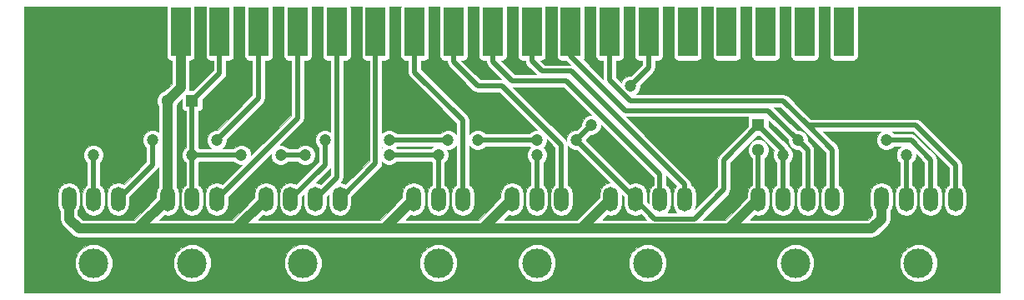
<source format=gbr>
G04 #@! TF.FileFunction,Copper,L2,Bot,Signal*
%FSLAX46Y46*%
G04 Gerber Fmt 4.6, Leading zero omitted, Abs format (unit mm)*
G04 Created by KiCad (PCBNEW 4.0.3-stable) date 09/13/16 09:56:40*
%MOMM*%
%LPD*%
G01*
G04 APERTURE LIST*
%ADD10C,0.100000*%
%ADD11R,1.300000X1.300000*%
%ADD12C,1.300000*%
%ADD13O,1.500000X2.500000*%
%ADD14C,3.000000*%
%ADD15R,2.000000X5.000000*%
%ADD16C,1.200000*%
%ADD17C,0.500000*%
%ADD18C,1.000000*%
%ADD19C,0.026000*%
G04 APERTURE END LIST*
D10*
D11*
X75000000Y-12500000D03*
D12*
X75000000Y-15000000D03*
D11*
X17500000Y-10000000D03*
D12*
X15000000Y-10000000D03*
D13*
X25000000Y-20000000D03*
X27500000Y-20000000D03*
X30000000Y-20000000D03*
X32500000Y-20000000D03*
D14*
X28750000Y-26500000D03*
D13*
X60000000Y-20000000D03*
X62500000Y-20000000D03*
X65000000Y-20000000D03*
X67500000Y-20000000D03*
D14*
X63750000Y-26500000D03*
D13*
X5000000Y-20000000D03*
X7500000Y-20000000D03*
X10000000Y-20000000D03*
D14*
X7500000Y-26500000D03*
D13*
X15000000Y-20000000D03*
X17500000Y-20000000D03*
X20000000Y-20000000D03*
D14*
X17500000Y-26500000D03*
D13*
X40000000Y-20000000D03*
X42500000Y-20000000D03*
X45000000Y-20000000D03*
D14*
X42500000Y-26500000D03*
D13*
X50000000Y-20000000D03*
X52500000Y-20000000D03*
X55000000Y-20000000D03*
D14*
X52500000Y-26500000D03*
D13*
X75000000Y-20000000D03*
X77500000Y-20000000D03*
X80000000Y-20000000D03*
X82500000Y-20000000D03*
D14*
X78750000Y-26500000D03*
D13*
X87500000Y-20000000D03*
X90000000Y-20000000D03*
X92500000Y-20000000D03*
X95000000Y-20000000D03*
D14*
X91250000Y-26500000D03*
D15*
X16340000Y-3000000D03*
X20300000Y-3000000D03*
X24260000Y-3000000D03*
X28220000Y-3000000D03*
X32180000Y-3000000D03*
X36140000Y-3000000D03*
X40100000Y-3000000D03*
X44060000Y-3000000D03*
X48020000Y-3000000D03*
X51980000Y-3000000D03*
X55940000Y-3000000D03*
X59900000Y-3000000D03*
X63860000Y-3000000D03*
X67820000Y-3000000D03*
X71780000Y-3000000D03*
X75740000Y-3000000D03*
X79700000Y-3000000D03*
X83660000Y-3000000D03*
D16*
X62000000Y-8500000D03*
X58000000Y-12500000D03*
X56500000Y-14000000D03*
X52500000Y-14000000D03*
X46500000Y-14000000D03*
X43500000Y-14000000D03*
X37500000Y-14000000D03*
X31000000Y-14000000D03*
X90000000Y-15500000D03*
X77500000Y-15500000D03*
X37500000Y-15500000D03*
X29000000Y-15500000D03*
X26500000Y-15500000D03*
X22500000Y-15500000D03*
X42500000Y-15500000D03*
X52500000Y-15500000D03*
X17500000Y-15500000D03*
X7500000Y-15500000D03*
X20000000Y-14000000D03*
X13500000Y-14000000D03*
X79000000Y-14000000D03*
X88000000Y-14000000D03*
D17*
X56500000Y-14000000D02*
X58000000Y-12500000D01*
X63860000Y-6640000D02*
X63860000Y-3000000D01*
X62000000Y-8500000D02*
X63860000Y-6640000D01*
X63860000Y-5140000D02*
X63860000Y-3000000D01*
X27500000Y-20000000D02*
X31000000Y-16500000D01*
X56500000Y-14000000D02*
X62500000Y-20000000D01*
X46500000Y-14000000D02*
X52500000Y-14000000D01*
X37500000Y-14000000D02*
X43500000Y-14000000D01*
X31000000Y-16500000D02*
X31000000Y-14000000D01*
X62500000Y-20000000D02*
X64500000Y-22000000D01*
X71500000Y-16000000D02*
X75000000Y-12500000D01*
X71500000Y-19000000D02*
X71500000Y-16000000D01*
X68500000Y-22000000D02*
X71500000Y-19000000D01*
X64500000Y-22000000D02*
X68500000Y-22000000D01*
X75000000Y-12500000D02*
X77500000Y-15000000D01*
X77500000Y-15000000D02*
X77500000Y-15500000D01*
X77500000Y-20000000D02*
X77500000Y-15500000D01*
X90000000Y-15500000D02*
X90000000Y-20000000D01*
D18*
X16340000Y-3000000D02*
X16340000Y-8660000D01*
X16340000Y-8660000D02*
X15000000Y-10000000D01*
D17*
X75000000Y-15000000D02*
X75000000Y-20000000D01*
D18*
X15000000Y-10000000D02*
X15000000Y-20000000D01*
X15000000Y-20000000D02*
X12000000Y-23000000D01*
X25000000Y-20000000D02*
X22000000Y-23000000D01*
X40000000Y-20000000D02*
X37000000Y-23000000D01*
X37000000Y-23000000D02*
X37500000Y-23000000D01*
X50000000Y-20000000D02*
X47000000Y-23000000D01*
X60000000Y-20000000D02*
X57000000Y-23000000D01*
X75000000Y-20000000D02*
X72000000Y-23000000D01*
X5000000Y-20000000D02*
X5000000Y-22000000D01*
X87500000Y-22000000D02*
X87500000Y-20000000D01*
X86500000Y-23000000D02*
X87500000Y-22000000D01*
X6000000Y-23000000D02*
X12000000Y-23000000D01*
X12000000Y-23000000D02*
X22000000Y-23000000D01*
X22000000Y-23000000D02*
X37500000Y-23000000D01*
X37500000Y-23000000D02*
X47000000Y-23000000D01*
X47000000Y-23000000D02*
X57000000Y-23000000D01*
X57000000Y-23000000D02*
X72000000Y-23000000D01*
X72000000Y-23000000D02*
X86500000Y-23000000D01*
X5000000Y-22000000D02*
X6000000Y-23000000D01*
D17*
X17500000Y-15500000D02*
X22500000Y-15500000D01*
X37500000Y-15500000D02*
X42500000Y-15500000D01*
X26500000Y-15500000D02*
X29000000Y-15500000D01*
X17500000Y-15500000D02*
X17500000Y-10000000D01*
X20300000Y-7200000D02*
X20300000Y-3000000D01*
X17500000Y-10000000D02*
X20300000Y-7200000D01*
X42500000Y-20000000D02*
X42500000Y-15500000D01*
X52500000Y-15500000D02*
X52500000Y-20000000D01*
X7500000Y-20000000D02*
X7500000Y-15500000D01*
X17500000Y-15500000D02*
X17500000Y-20000000D01*
X24260000Y-3000000D02*
X24260000Y-9740000D01*
X24260000Y-9740000D02*
X20000000Y-14000000D01*
X10000000Y-20000000D02*
X13500000Y-16500000D01*
X13500000Y-16500000D02*
X13500000Y-14000000D01*
X20000000Y-20000000D02*
X28220000Y-11780000D01*
X28220000Y-11780000D02*
X28220000Y-3000000D01*
X32500000Y-20000000D02*
X36140000Y-16360000D01*
X36140000Y-16360000D02*
X36140000Y-3000000D01*
X30000000Y-20000000D02*
X32180000Y-17820000D01*
X32180000Y-17820000D02*
X32180000Y-3000000D01*
X45000000Y-20000000D02*
X45000000Y-12000000D01*
X40100000Y-7100000D02*
X40100000Y-3000000D01*
X45000000Y-12000000D02*
X40100000Y-7100000D01*
X55000000Y-20000000D02*
X55000000Y-14500000D01*
X44060000Y-6060000D02*
X44060000Y-3000000D01*
X46500000Y-8500000D02*
X44060000Y-6060000D01*
X49000000Y-8500000D02*
X46500000Y-8500000D01*
X55000000Y-14500000D02*
X49000000Y-8500000D01*
X67500000Y-20000000D02*
X67500000Y-18500000D01*
X51980000Y-5980000D02*
X51980000Y-3000000D01*
X53000000Y-7000000D02*
X51980000Y-5980000D01*
X56000000Y-7000000D02*
X53000000Y-7000000D01*
X67500000Y-18500000D02*
X56000000Y-7000000D01*
X65000000Y-20000000D02*
X65000000Y-17500000D01*
X48020000Y-6020000D02*
X48020000Y-3000000D01*
X50000000Y-8000000D02*
X48020000Y-6020000D01*
X55500000Y-8000000D02*
X50000000Y-8000000D01*
X65000000Y-17500000D02*
X55500000Y-8000000D01*
X92500000Y-20000000D02*
X92500000Y-16000000D01*
X90500000Y-14000000D02*
X92500000Y-16000000D01*
X88000000Y-14000000D02*
X90500000Y-14000000D01*
X55940000Y-3000000D02*
X55940000Y-5440000D01*
X55940000Y-5440000D02*
X61500000Y-11000000D01*
X61500000Y-11000000D02*
X76000000Y-11000000D01*
X76000000Y-11000000D02*
X79000000Y-14000000D01*
X79000000Y-14000000D02*
X80000000Y-15000000D01*
X80000000Y-15000000D02*
X80000000Y-20000000D01*
X95000000Y-20000000D02*
X95000000Y-16500000D01*
X91000000Y-12500000D02*
X80000000Y-12500000D01*
X95000000Y-16500000D02*
X91000000Y-12500000D01*
X82500000Y-20000000D02*
X82500000Y-15000000D01*
X59900000Y-7900000D02*
X59900000Y-3000000D01*
X62000000Y-10000000D02*
X59900000Y-7900000D01*
X77500000Y-10000000D02*
X62000000Y-10000000D01*
X82500000Y-15000000D02*
X80000000Y-12500000D01*
X80000000Y-12500000D02*
X77500000Y-10000000D01*
D19*
G36*
X14918909Y-500000D02*
X14918909Y-5500000D01*
X14947707Y-5653049D01*
X15038159Y-5793614D01*
X15176172Y-5887915D01*
X15340000Y-5921091D01*
X15427000Y-5921091D01*
X15427000Y-8281823D01*
X14759702Y-8949122D01*
X14398646Y-9098307D01*
X14099358Y-9397073D01*
X13937185Y-9787629D01*
X13936816Y-10210516D01*
X14087000Y-10573989D01*
X14087000Y-13154175D01*
X14074568Y-13141721D01*
X13702382Y-12987176D01*
X13299386Y-12986824D01*
X12926931Y-13140720D01*
X12641721Y-13425432D01*
X12487176Y-13797618D01*
X12486824Y-14200614D01*
X12640720Y-14573069D01*
X12837000Y-14769692D01*
X12837000Y-16225377D01*
X10579559Y-18482817D01*
X10445061Y-18392948D01*
X10000000Y-18304420D01*
X9554939Y-18392948D01*
X9177635Y-18645055D01*
X8925528Y-19022359D01*
X8837000Y-19467420D01*
X8837000Y-20532580D01*
X8925528Y-20977641D01*
X9177635Y-21354945D01*
X9554939Y-21607052D01*
X10000000Y-21695580D01*
X10445061Y-21607052D01*
X10822365Y-21354945D01*
X11074472Y-20977641D01*
X11163000Y-20532580D01*
X11163000Y-19774624D01*
X13968809Y-16968814D01*
X13968812Y-16968812D01*
X14087000Y-16791930D01*
X14087000Y-18780700D01*
X13925528Y-19022359D01*
X13837000Y-19467420D01*
X13837000Y-19871823D01*
X11621824Y-22087000D01*
X6378177Y-22087000D01*
X5913000Y-21621824D01*
X5913000Y-21219300D01*
X6074472Y-20977641D01*
X6163000Y-20532580D01*
X6163000Y-19467420D01*
X6337000Y-19467420D01*
X6337000Y-20532580D01*
X6425528Y-20977641D01*
X6677635Y-21354945D01*
X7054939Y-21607052D01*
X7500000Y-21695580D01*
X7945061Y-21607052D01*
X8322365Y-21354945D01*
X8574472Y-20977641D01*
X8663000Y-20532580D01*
X8663000Y-19467420D01*
X8574472Y-19022359D01*
X8322365Y-18645055D01*
X8163000Y-18538570D01*
X8163000Y-16269506D01*
X8358279Y-16074568D01*
X8512824Y-15702382D01*
X8513176Y-15299386D01*
X8359280Y-14926931D01*
X8074568Y-14641721D01*
X7702382Y-14487176D01*
X7299386Y-14486824D01*
X6926931Y-14640720D01*
X6641721Y-14925432D01*
X6487176Y-15297618D01*
X6486824Y-15700614D01*
X6640720Y-16073069D01*
X6837000Y-16269692D01*
X6837000Y-18538570D01*
X6677635Y-18645055D01*
X6425528Y-19022359D01*
X6337000Y-19467420D01*
X6163000Y-19467420D01*
X6074472Y-19022359D01*
X5822365Y-18645055D01*
X5445061Y-18392948D01*
X5000000Y-18304420D01*
X4554939Y-18392948D01*
X4177635Y-18645055D01*
X3925528Y-19022359D01*
X3837000Y-19467420D01*
X3837000Y-20532580D01*
X3925528Y-20977641D01*
X4087000Y-21219300D01*
X4087000Y-22000000D01*
X4137468Y-22253719D01*
X4156498Y-22349390D01*
X4354412Y-22645588D01*
X5354412Y-23645589D01*
X5650610Y-23843502D01*
X6000000Y-23913000D01*
X86500000Y-23913000D01*
X86849390Y-23843502D01*
X87145588Y-23645588D01*
X88145589Y-22645588D01*
X88343502Y-22349390D01*
X88413000Y-22000000D01*
X88413000Y-21219300D01*
X88574472Y-20977641D01*
X88663000Y-20532580D01*
X88663000Y-19467420D01*
X88574472Y-19022359D01*
X88322365Y-18645055D01*
X87945061Y-18392948D01*
X87500000Y-18304420D01*
X87054939Y-18392948D01*
X86677635Y-18645055D01*
X86425528Y-19022359D01*
X86337000Y-19467420D01*
X86337000Y-20532580D01*
X86425528Y-20977641D01*
X86587000Y-21219300D01*
X86587000Y-21621823D01*
X86121824Y-22087000D01*
X74204177Y-22087000D01*
X74662691Y-21628485D01*
X75000000Y-21695580D01*
X75445061Y-21607052D01*
X75822365Y-21354945D01*
X76074472Y-20977641D01*
X76163000Y-20532580D01*
X76163000Y-19467420D01*
X76074472Y-19022359D01*
X75822365Y-18645055D01*
X75663000Y-18538570D01*
X75663000Y-15840155D01*
X75900642Y-15602927D01*
X76062815Y-15212371D01*
X76063184Y-14789484D01*
X75901693Y-14398646D01*
X75602927Y-14099358D01*
X75212371Y-13937185D01*
X74789484Y-13936816D01*
X74398646Y-14098307D01*
X74099358Y-14397073D01*
X73937185Y-14787629D01*
X73936816Y-15210516D01*
X74098307Y-15601354D01*
X74337000Y-15840464D01*
X74337000Y-18538570D01*
X74177635Y-18645055D01*
X73925528Y-19022359D01*
X73837000Y-19467420D01*
X73837000Y-19871823D01*
X71621824Y-22087000D01*
X69350624Y-22087000D01*
X71968812Y-19468812D01*
X72112532Y-19253719D01*
X72163001Y-19000000D01*
X72163000Y-18999995D01*
X72163000Y-16274624D01*
X74866532Y-13571091D01*
X75133467Y-13571091D01*
X76596562Y-15034186D01*
X76487176Y-15297618D01*
X76486824Y-15700614D01*
X76640720Y-16073069D01*
X76837000Y-16269692D01*
X76837000Y-18538570D01*
X76677635Y-18645055D01*
X76425528Y-19022359D01*
X76337000Y-19467420D01*
X76337000Y-20532580D01*
X76425528Y-20977641D01*
X76677635Y-21354945D01*
X77054939Y-21607052D01*
X77500000Y-21695580D01*
X77945061Y-21607052D01*
X78322365Y-21354945D01*
X78574472Y-20977641D01*
X78663000Y-20532580D01*
X78663000Y-19467420D01*
X78574472Y-19022359D01*
X78322365Y-18645055D01*
X78163000Y-18538570D01*
X78163000Y-16269506D01*
X78358279Y-16074568D01*
X78512824Y-15702382D01*
X78513176Y-15299386D01*
X78359280Y-14926931D01*
X78074568Y-14641721D01*
X78030418Y-14623388D01*
X77968812Y-14531188D01*
X76071091Y-12633467D01*
X76071091Y-12008715D01*
X77987065Y-13924689D01*
X77986824Y-14200614D01*
X78140720Y-14573069D01*
X78425432Y-14858279D01*
X78797618Y-15012824D01*
X79075443Y-15013067D01*
X79337000Y-15274623D01*
X79337000Y-18538570D01*
X79177635Y-18645055D01*
X78925528Y-19022359D01*
X78837000Y-19467420D01*
X78837000Y-20532580D01*
X78925528Y-20977641D01*
X79177635Y-21354945D01*
X79554939Y-21607052D01*
X80000000Y-21695580D01*
X80445061Y-21607052D01*
X80822365Y-21354945D01*
X81074472Y-20977641D01*
X81163000Y-20532580D01*
X81163000Y-19467420D01*
X81074472Y-19022359D01*
X80822365Y-18645055D01*
X80663000Y-18538570D01*
X80663000Y-15000005D01*
X80663001Y-15000000D01*
X80612532Y-14746281D01*
X80556886Y-14663001D01*
X80468812Y-14531188D01*
X80468809Y-14531186D01*
X80012935Y-14075312D01*
X80013176Y-13799386D01*
X79859280Y-13426931D01*
X79574568Y-13141721D01*
X79202382Y-12987176D01*
X78924557Y-12986933D01*
X76600624Y-10663000D01*
X77225376Y-10663000D01*
X81837000Y-15274624D01*
X81837000Y-18538570D01*
X81677635Y-18645055D01*
X81425528Y-19022359D01*
X81337000Y-19467420D01*
X81337000Y-20532580D01*
X81425528Y-20977641D01*
X81677635Y-21354945D01*
X82054939Y-21607052D01*
X82500000Y-21695580D01*
X82945061Y-21607052D01*
X83322365Y-21354945D01*
X83574472Y-20977641D01*
X83663000Y-20532580D01*
X83663000Y-19467420D01*
X83574472Y-19022359D01*
X83322365Y-18645055D01*
X83163000Y-18538570D01*
X83163000Y-15000000D01*
X83112532Y-14746281D01*
X82968812Y-14531188D01*
X81600624Y-13163000D01*
X87404612Y-13163000D01*
X87141721Y-13425432D01*
X86987176Y-13797618D01*
X86986824Y-14200614D01*
X87140720Y-14573069D01*
X87425432Y-14858279D01*
X87797618Y-15012824D01*
X88200614Y-15013176D01*
X88573069Y-14859280D01*
X88769692Y-14663000D01*
X89404612Y-14663000D01*
X89141721Y-14925432D01*
X88987176Y-15297618D01*
X88986824Y-15700614D01*
X89140720Y-16073069D01*
X89337000Y-16269692D01*
X89337000Y-18538570D01*
X89177635Y-18645055D01*
X88925528Y-19022359D01*
X88837000Y-19467420D01*
X88837000Y-20532580D01*
X88925528Y-20977641D01*
X89177635Y-21354945D01*
X89554939Y-21607052D01*
X90000000Y-21695580D01*
X90445061Y-21607052D01*
X90822365Y-21354945D01*
X91074472Y-20977641D01*
X91163000Y-20532580D01*
X91163000Y-19467420D01*
X91074472Y-19022359D01*
X90822365Y-18645055D01*
X90663000Y-18538570D01*
X90663000Y-16269506D01*
X90858279Y-16074568D01*
X91012824Y-15702382D01*
X91013044Y-15450668D01*
X91837000Y-16274624D01*
X91837000Y-18538570D01*
X91677635Y-18645055D01*
X91425528Y-19022359D01*
X91337000Y-19467420D01*
X91337000Y-20532580D01*
X91425528Y-20977641D01*
X91677635Y-21354945D01*
X92054939Y-21607052D01*
X92500000Y-21695580D01*
X92945061Y-21607052D01*
X93322365Y-21354945D01*
X93574472Y-20977641D01*
X93663000Y-20532580D01*
X93663000Y-19467420D01*
X93574472Y-19022359D01*
X93322365Y-18645055D01*
X93163000Y-18538570D01*
X93163000Y-16000000D01*
X93112532Y-15746281D01*
X92968812Y-15531188D01*
X90968812Y-13531188D01*
X90753719Y-13387468D01*
X90500000Y-13337000D01*
X88769506Y-13337000D01*
X88595810Y-13163000D01*
X90725376Y-13163000D01*
X94337000Y-16774624D01*
X94337000Y-18538570D01*
X94177635Y-18645055D01*
X93925528Y-19022359D01*
X93837000Y-19467420D01*
X93837000Y-20532580D01*
X93925528Y-20977641D01*
X94177635Y-21354945D01*
X94554939Y-21607052D01*
X95000000Y-21695580D01*
X95445061Y-21607052D01*
X95822365Y-21354945D01*
X96074472Y-20977641D01*
X96163000Y-20532580D01*
X96163000Y-19467420D01*
X96074472Y-19022359D01*
X95822365Y-18645055D01*
X95663000Y-18538570D01*
X95663000Y-16500000D01*
X95612532Y-16246281D01*
X95468812Y-16031188D01*
X91468812Y-12031188D01*
X91253719Y-11887468D01*
X91000000Y-11837000D01*
X80274624Y-11837000D01*
X77968812Y-9531188D01*
X77753719Y-9387468D01*
X77500000Y-9337000D01*
X62595388Y-9337000D01*
X62858279Y-9074568D01*
X63012824Y-8702382D01*
X63013067Y-8424557D01*
X64328812Y-7108812D01*
X64472532Y-6893719D01*
X64523000Y-6640000D01*
X64523000Y-5921091D01*
X64860000Y-5921091D01*
X65013049Y-5892293D01*
X65153614Y-5801841D01*
X65247915Y-5663828D01*
X65281091Y-5500000D01*
X65281091Y-500000D01*
X65278833Y-488000D01*
X66401339Y-488000D01*
X66398909Y-500000D01*
X66398909Y-5500000D01*
X66427707Y-5653049D01*
X66518159Y-5793614D01*
X66656172Y-5887915D01*
X66820000Y-5921091D01*
X68820000Y-5921091D01*
X68973049Y-5892293D01*
X69113614Y-5801841D01*
X69207915Y-5663828D01*
X69241091Y-5500000D01*
X69241091Y-500000D01*
X69238833Y-488000D01*
X70361339Y-488000D01*
X70358909Y-500000D01*
X70358909Y-5500000D01*
X70387707Y-5653049D01*
X70478159Y-5793614D01*
X70616172Y-5887915D01*
X70780000Y-5921091D01*
X72780000Y-5921091D01*
X72933049Y-5892293D01*
X73073614Y-5801841D01*
X73167915Y-5663828D01*
X73201091Y-5500000D01*
X73201091Y-500000D01*
X73198833Y-488000D01*
X74321339Y-488000D01*
X74318909Y-500000D01*
X74318909Y-5500000D01*
X74347707Y-5653049D01*
X74438159Y-5793614D01*
X74576172Y-5887915D01*
X74740000Y-5921091D01*
X76740000Y-5921091D01*
X76893049Y-5892293D01*
X77033614Y-5801841D01*
X77127915Y-5663828D01*
X77161091Y-5500000D01*
X77161091Y-500000D01*
X77158833Y-488000D01*
X78281339Y-488000D01*
X78278909Y-500000D01*
X78278909Y-5500000D01*
X78307707Y-5653049D01*
X78398159Y-5793614D01*
X78536172Y-5887915D01*
X78700000Y-5921091D01*
X80700000Y-5921091D01*
X80853049Y-5892293D01*
X80993614Y-5801841D01*
X81087915Y-5663828D01*
X81121091Y-5500000D01*
X81121091Y-500000D01*
X81118833Y-488000D01*
X82241339Y-488000D01*
X82238909Y-500000D01*
X82238909Y-5500000D01*
X82267707Y-5653049D01*
X82358159Y-5793614D01*
X82496172Y-5887915D01*
X82660000Y-5921091D01*
X84660000Y-5921091D01*
X84813049Y-5892293D01*
X84953614Y-5801841D01*
X85047915Y-5663828D01*
X85081091Y-5500000D01*
X85081091Y-500000D01*
X85078833Y-488000D01*
X99512000Y-488000D01*
X99512000Y-29512000D01*
X488000Y-29512000D01*
X488000Y-26878850D01*
X5586669Y-26878850D01*
X5877292Y-27582212D01*
X6414958Y-28120817D01*
X7117811Y-28412667D01*
X7878850Y-28413331D01*
X8582212Y-28122708D01*
X9120817Y-27585042D01*
X9412667Y-26882189D01*
X9412669Y-26878850D01*
X15586669Y-26878850D01*
X15877292Y-27582212D01*
X16414958Y-28120817D01*
X17117811Y-28412667D01*
X17878850Y-28413331D01*
X18582212Y-28122708D01*
X19120817Y-27585042D01*
X19412667Y-26882189D01*
X19412669Y-26878850D01*
X26836669Y-26878850D01*
X27127292Y-27582212D01*
X27664958Y-28120817D01*
X28367811Y-28412667D01*
X29128850Y-28413331D01*
X29832212Y-28122708D01*
X30370817Y-27585042D01*
X30662667Y-26882189D01*
X30662669Y-26878850D01*
X40586669Y-26878850D01*
X40877292Y-27582212D01*
X41414958Y-28120817D01*
X42117811Y-28412667D01*
X42878850Y-28413331D01*
X43582212Y-28122708D01*
X44120817Y-27585042D01*
X44412667Y-26882189D01*
X44412669Y-26878850D01*
X50586669Y-26878850D01*
X50877292Y-27582212D01*
X51414958Y-28120817D01*
X52117811Y-28412667D01*
X52878850Y-28413331D01*
X53582212Y-28122708D01*
X54120817Y-27585042D01*
X54412667Y-26882189D01*
X54412669Y-26878850D01*
X61836669Y-26878850D01*
X62127292Y-27582212D01*
X62664958Y-28120817D01*
X63367811Y-28412667D01*
X64128850Y-28413331D01*
X64832212Y-28122708D01*
X65370817Y-27585042D01*
X65662667Y-26882189D01*
X65662669Y-26878850D01*
X76836669Y-26878850D01*
X77127292Y-27582212D01*
X77664958Y-28120817D01*
X78367811Y-28412667D01*
X79128850Y-28413331D01*
X79832212Y-28122708D01*
X80370817Y-27585042D01*
X80662667Y-26882189D01*
X80662669Y-26878850D01*
X89336669Y-26878850D01*
X89627292Y-27582212D01*
X90164958Y-28120817D01*
X90867811Y-28412667D01*
X91628850Y-28413331D01*
X92332212Y-28122708D01*
X92870817Y-27585042D01*
X93162667Y-26882189D01*
X93163331Y-26121150D01*
X92872708Y-25417788D01*
X92335042Y-24879183D01*
X91632189Y-24587333D01*
X90871150Y-24586669D01*
X90167788Y-24877292D01*
X89629183Y-25414958D01*
X89337333Y-26117811D01*
X89336669Y-26878850D01*
X80662669Y-26878850D01*
X80663331Y-26121150D01*
X80372708Y-25417788D01*
X79835042Y-24879183D01*
X79132189Y-24587333D01*
X78371150Y-24586669D01*
X77667788Y-24877292D01*
X77129183Y-25414958D01*
X76837333Y-26117811D01*
X76836669Y-26878850D01*
X65662669Y-26878850D01*
X65663331Y-26121150D01*
X65372708Y-25417788D01*
X64835042Y-24879183D01*
X64132189Y-24587333D01*
X63371150Y-24586669D01*
X62667788Y-24877292D01*
X62129183Y-25414958D01*
X61837333Y-26117811D01*
X61836669Y-26878850D01*
X54412669Y-26878850D01*
X54413331Y-26121150D01*
X54122708Y-25417788D01*
X53585042Y-24879183D01*
X52882189Y-24587333D01*
X52121150Y-24586669D01*
X51417788Y-24877292D01*
X50879183Y-25414958D01*
X50587333Y-26117811D01*
X50586669Y-26878850D01*
X44412669Y-26878850D01*
X44413331Y-26121150D01*
X44122708Y-25417788D01*
X43585042Y-24879183D01*
X42882189Y-24587333D01*
X42121150Y-24586669D01*
X41417788Y-24877292D01*
X40879183Y-25414958D01*
X40587333Y-26117811D01*
X40586669Y-26878850D01*
X30662669Y-26878850D01*
X30663331Y-26121150D01*
X30372708Y-25417788D01*
X29835042Y-24879183D01*
X29132189Y-24587333D01*
X28371150Y-24586669D01*
X27667788Y-24877292D01*
X27129183Y-25414958D01*
X26837333Y-26117811D01*
X26836669Y-26878850D01*
X19412669Y-26878850D01*
X19413331Y-26121150D01*
X19122708Y-25417788D01*
X18585042Y-24879183D01*
X17882189Y-24587333D01*
X17121150Y-24586669D01*
X16417788Y-24877292D01*
X15879183Y-25414958D01*
X15587333Y-26117811D01*
X15586669Y-26878850D01*
X9412669Y-26878850D01*
X9413331Y-26121150D01*
X9122708Y-25417788D01*
X8585042Y-24879183D01*
X7882189Y-24587333D01*
X7121150Y-24586669D01*
X6417788Y-24877292D01*
X5879183Y-25414958D01*
X5587333Y-26117811D01*
X5586669Y-26878850D01*
X488000Y-26878850D01*
X488000Y-488000D01*
X14921339Y-488000D01*
X14918909Y-500000D01*
X14918909Y-500000D01*
G37*
X14918909Y-500000D02*
X14918909Y-5500000D01*
X14947707Y-5653049D01*
X15038159Y-5793614D01*
X15176172Y-5887915D01*
X15340000Y-5921091D01*
X15427000Y-5921091D01*
X15427000Y-8281823D01*
X14759702Y-8949122D01*
X14398646Y-9098307D01*
X14099358Y-9397073D01*
X13937185Y-9787629D01*
X13936816Y-10210516D01*
X14087000Y-10573989D01*
X14087000Y-13154175D01*
X14074568Y-13141721D01*
X13702382Y-12987176D01*
X13299386Y-12986824D01*
X12926931Y-13140720D01*
X12641721Y-13425432D01*
X12487176Y-13797618D01*
X12486824Y-14200614D01*
X12640720Y-14573069D01*
X12837000Y-14769692D01*
X12837000Y-16225377D01*
X10579559Y-18482817D01*
X10445061Y-18392948D01*
X10000000Y-18304420D01*
X9554939Y-18392948D01*
X9177635Y-18645055D01*
X8925528Y-19022359D01*
X8837000Y-19467420D01*
X8837000Y-20532580D01*
X8925528Y-20977641D01*
X9177635Y-21354945D01*
X9554939Y-21607052D01*
X10000000Y-21695580D01*
X10445061Y-21607052D01*
X10822365Y-21354945D01*
X11074472Y-20977641D01*
X11163000Y-20532580D01*
X11163000Y-19774624D01*
X13968809Y-16968814D01*
X13968812Y-16968812D01*
X14087000Y-16791930D01*
X14087000Y-18780700D01*
X13925528Y-19022359D01*
X13837000Y-19467420D01*
X13837000Y-19871823D01*
X11621824Y-22087000D01*
X6378177Y-22087000D01*
X5913000Y-21621824D01*
X5913000Y-21219300D01*
X6074472Y-20977641D01*
X6163000Y-20532580D01*
X6163000Y-19467420D01*
X6337000Y-19467420D01*
X6337000Y-20532580D01*
X6425528Y-20977641D01*
X6677635Y-21354945D01*
X7054939Y-21607052D01*
X7500000Y-21695580D01*
X7945061Y-21607052D01*
X8322365Y-21354945D01*
X8574472Y-20977641D01*
X8663000Y-20532580D01*
X8663000Y-19467420D01*
X8574472Y-19022359D01*
X8322365Y-18645055D01*
X8163000Y-18538570D01*
X8163000Y-16269506D01*
X8358279Y-16074568D01*
X8512824Y-15702382D01*
X8513176Y-15299386D01*
X8359280Y-14926931D01*
X8074568Y-14641721D01*
X7702382Y-14487176D01*
X7299386Y-14486824D01*
X6926931Y-14640720D01*
X6641721Y-14925432D01*
X6487176Y-15297618D01*
X6486824Y-15700614D01*
X6640720Y-16073069D01*
X6837000Y-16269692D01*
X6837000Y-18538570D01*
X6677635Y-18645055D01*
X6425528Y-19022359D01*
X6337000Y-19467420D01*
X6163000Y-19467420D01*
X6074472Y-19022359D01*
X5822365Y-18645055D01*
X5445061Y-18392948D01*
X5000000Y-18304420D01*
X4554939Y-18392948D01*
X4177635Y-18645055D01*
X3925528Y-19022359D01*
X3837000Y-19467420D01*
X3837000Y-20532580D01*
X3925528Y-20977641D01*
X4087000Y-21219300D01*
X4087000Y-22000000D01*
X4137468Y-22253719D01*
X4156498Y-22349390D01*
X4354412Y-22645588D01*
X5354412Y-23645589D01*
X5650610Y-23843502D01*
X6000000Y-23913000D01*
X86500000Y-23913000D01*
X86849390Y-23843502D01*
X87145588Y-23645588D01*
X88145589Y-22645588D01*
X88343502Y-22349390D01*
X88413000Y-22000000D01*
X88413000Y-21219300D01*
X88574472Y-20977641D01*
X88663000Y-20532580D01*
X88663000Y-19467420D01*
X88574472Y-19022359D01*
X88322365Y-18645055D01*
X87945061Y-18392948D01*
X87500000Y-18304420D01*
X87054939Y-18392948D01*
X86677635Y-18645055D01*
X86425528Y-19022359D01*
X86337000Y-19467420D01*
X86337000Y-20532580D01*
X86425528Y-20977641D01*
X86587000Y-21219300D01*
X86587000Y-21621823D01*
X86121824Y-22087000D01*
X74204177Y-22087000D01*
X74662691Y-21628485D01*
X75000000Y-21695580D01*
X75445061Y-21607052D01*
X75822365Y-21354945D01*
X76074472Y-20977641D01*
X76163000Y-20532580D01*
X76163000Y-19467420D01*
X76074472Y-19022359D01*
X75822365Y-18645055D01*
X75663000Y-18538570D01*
X75663000Y-15840155D01*
X75900642Y-15602927D01*
X76062815Y-15212371D01*
X76063184Y-14789484D01*
X75901693Y-14398646D01*
X75602927Y-14099358D01*
X75212371Y-13937185D01*
X74789484Y-13936816D01*
X74398646Y-14098307D01*
X74099358Y-14397073D01*
X73937185Y-14787629D01*
X73936816Y-15210516D01*
X74098307Y-15601354D01*
X74337000Y-15840464D01*
X74337000Y-18538570D01*
X74177635Y-18645055D01*
X73925528Y-19022359D01*
X73837000Y-19467420D01*
X73837000Y-19871823D01*
X71621824Y-22087000D01*
X69350624Y-22087000D01*
X71968812Y-19468812D01*
X72112532Y-19253719D01*
X72163001Y-19000000D01*
X72163000Y-18999995D01*
X72163000Y-16274624D01*
X74866532Y-13571091D01*
X75133467Y-13571091D01*
X76596562Y-15034186D01*
X76487176Y-15297618D01*
X76486824Y-15700614D01*
X76640720Y-16073069D01*
X76837000Y-16269692D01*
X76837000Y-18538570D01*
X76677635Y-18645055D01*
X76425528Y-19022359D01*
X76337000Y-19467420D01*
X76337000Y-20532580D01*
X76425528Y-20977641D01*
X76677635Y-21354945D01*
X77054939Y-21607052D01*
X77500000Y-21695580D01*
X77945061Y-21607052D01*
X78322365Y-21354945D01*
X78574472Y-20977641D01*
X78663000Y-20532580D01*
X78663000Y-19467420D01*
X78574472Y-19022359D01*
X78322365Y-18645055D01*
X78163000Y-18538570D01*
X78163000Y-16269506D01*
X78358279Y-16074568D01*
X78512824Y-15702382D01*
X78513176Y-15299386D01*
X78359280Y-14926931D01*
X78074568Y-14641721D01*
X78030418Y-14623388D01*
X77968812Y-14531188D01*
X76071091Y-12633467D01*
X76071091Y-12008715D01*
X77987065Y-13924689D01*
X77986824Y-14200614D01*
X78140720Y-14573069D01*
X78425432Y-14858279D01*
X78797618Y-15012824D01*
X79075443Y-15013067D01*
X79337000Y-15274623D01*
X79337000Y-18538570D01*
X79177635Y-18645055D01*
X78925528Y-19022359D01*
X78837000Y-19467420D01*
X78837000Y-20532580D01*
X78925528Y-20977641D01*
X79177635Y-21354945D01*
X79554939Y-21607052D01*
X80000000Y-21695580D01*
X80445061Y-21607052D01*
X80822365Y-21354945D01*
X81074472Y-20977641D01*
X81163000Y-20532580D01*
X81163000Y-19467420D01*
X81074472Y-19022359D01*
X80822365Y-18645055D01*
X80663000Y-18538570D01*
X80663000Y-15000005D01*
X80663001Y-15000000D01*
X80612532Y-14746281D01*
X80556886Y-14663001D01*
X80468812Y-14531188D01*
X80468809Y-14531186D01*
X80012935Y-14075312D01*
X80013176Y-13799386D01*
X79859280Y-13426931D01*
X79574568Y-13141721D01*
X79202382Y-12987176D01*
X78924557Y-12986933D01*
X76600624Y-10663000D01*
X77225376Y-10663000D01*
X81837000Y-15274624D01*
X81837000Y-18538570D01*
X81677635Y-18645055D01*
X81425528Y-19022359D01*
X81337000Y-19467420D01*
X81337000Y-20532580D01*
X81425528Y-20977641D01*
X81677635Y-21354945D01*
X82054939Y-21607052D01*
X82500000Y-21695580D01*
X82945061Y-21607052D01*
X83322365Y-21354945D01*
X83574472Y-20977641D01*
X83663000Y-20532580D01*
X83663000Y-19467420D01*
X83574472Y-19022359D01*
X83322365Y-18645055D01*
X83163000Y-18538570D01*
X83163000Y-15000000D01*
X83112532Y-14746281D01*
X82968812Y-14531188D01*
X81600624Y-13163000D01*
X87404612Y-13163000D01*
X87141721Y-13425432D01*
X86987176Y-13797618D01*
X86986824Y-14200614D01*
X87140720Y-14573069D01*
X87425432Y-14858279D01*
X87797618Y-15012824D01*
X88200614Y-15013176D01*
X88573069Y-14859280D01*
X88769692Y-14663000D01*
X89404612Y-14663000D01*
X89141721Y-14925432D01*
X88987176Y-15297618D01*
X88986824Y-15700614D01*
X89140720Y-16073069D01*
X89337000Y-16269692D01*
X89337000Y-18538570D01*
X89177635Y-18645055D01*
X88925528Y-19022359D01*
X88837000Y-19467420D01*
X88837000Y-20532580D01*
X88925528Y-20977641D01*
X89177635Y-21354945D01*
X89554939Y-21607052D01*
X90000000Y-21695580D01*
X90445061Y-21607052D01*
X90822365Y-21354945D01*
X91074472Y-20977641D01*
X91163000Y-20532580D01*
X91163000Y-19467420D01*
X91074472Y-19022359D01*
X90822365Y-18645055D01*
X90663000Y-18538570D01*
X90663000Y-16269506D01*
X90858279Y-16074568D01*
X91012824Y-15702382D01*
X91013044Y-15450668D01*
X91837000Y-16274624D01*
X91837000Y-18538570D01*
X91677635Y-18645055D01*
X91425528Y-19022359D01*
X91337000Y-19467420D01*
X91337000Y-20532580D01*
X91425528Y-20977641D01*
X91677635Y-21354945D01*
X92054939Y-21607052D01*
X92500000Y-21695580D01*
X92945061Y-21607052D01*
X93322365Y-21354945D01*
X93574472Y-20977641D01*
X93663000Y-20532580D01*
X93663000Y-19467420D01*
X93574472Y-19022359D01*
X93322365Y-18645055D01*
X93163000Y-18538570D01*
X93163000Y-16000000D01*
X93112532Y-15746281D01*
X92968812Y-15531188D01*
X90968812Y-13531188D01*
X90753719Y-13387468D01*
X90500000Y-13337000D01*
X88769506Y-13337000D01*
X88595810Y-13163000D01*
X90725376Y-13163000D01*
X94337000Y-16774624D01*
X94337000Y-18538570D01*
X94177635Y-18645055D01*
X93925528Y-19022359D01*
X93837000Y-19467420D01*
X93837000Y-20532580D01*
X93925528Y-20977641D01*
X94177635Y-21354945D01*
X94554939Y-21607052D01*
X95000000Y-21695580D01*
X95445061Y-21607052D01*
X95822365Y-21354945D01*
X96074472Y-20977641D01*
X96163000Y-20532580D01*
X96163000Y-19467420D01*
X96074472Y-19022359D01*
X95822365Y-18645055D01*
X95663000Y-18538570D01*
X95663000Y-16500000D01*
X95612532Y-16246281D01*
X95468812Y-16031188D01*
X91468812Y-12031188D01*
X91253719Y-11887468D01*
X91000000Y-11837000D01*
X80274624Y-11837000D01*
X77968812Y-9531188D01*
X77753719Y-9387468D01*
X77500000Y-9337000D01*
X62595388Y-9337000D01*
X62858279Y-9074568D01*
X63012824Y-8702382D01*
X63013067Y-8424557D01*
X64328812Y-7108812D01*
X64472532Y-6893719D01*
X64523000Y-6640000D01*
X64523000Y-5921091D01*
X64860000Y-5921091D01*
X65013049Y-5892293D01*
X65153614Y-5801841D01*
X65247915Y-5663828D01*
X65281091Y-5500000D01*
X65281091Y-500000D01*
X65278833Y-488000D01*
X66401339Y-488000D01*
X66398909Y-500000D01*
X66398909Y-5500000D01*
X66427707Y-5653049D01*
X66518159Y-5793614D01*
X66656172Y-5887915D01*
X66820000Y-5921091D01*
X68820000Y-5921091D01*
X68973049Y-5892293D01*
X69113614Y-5801841D01*
X69207915Y-5663828D01*
X69241091Y-5500000D01*
X69241091Y-500000D01*
X69238833Y-488000D01*
X70361339Y-488000D01*
X70358909Y-500000D01*
X70358909Y-5500000D01*
X70387707Y-5653049D01*
X70478159Y-5793614D01*
X70616172Y-5887915D01*
X70780000Y-5921091D01*
X72780000Y-5921091D01*
X72933049Y-5892293D01*
X73073614Y-5801841D01*
X73167915Y-5663828D01*
X73201091Y-5500000D01*
X73201091Y-500000D01*
X73198833Y-488000D01*
X74321339Y-488000D01*
X74318909Y-500000D01*
X74318909Y-5500000D01*
X74347707Y-5653049D01*
X74438159Y-5793614D01*
X74576172Y-5887915D01*
X74740000Y-5921091D01*
X76740000Y-5921091D01*
X76893049Y-5892293D01*
X77033614Y-5801841D01*
X77127915Y-5663828D01*
X77161091Y-5500000D01*
X77161091Y-500000D01*
X77158833Y-488000D01*
X78281339Y-488000D01*
X78278909Y-500000D01*
X78278909Y-5500000D01*
X78307707Y-5653049D01*
X78398159Y-5793614D01*
X78536172Y-5887915D01*
X78700000Y-5921091D01*
X80700000Y-5921091D01*
X80853049Y-5892293D01*
X80993614Y-5801841D01*
X81087915Y-5663828D01*
X81121091Y-5500000D01*
X81121091Y-500000D01*
X81118833Y-488000D01*
X82241339Y-488000D01*
X82238909Y-500000D01*
X82238909Y-5500000D01*
X82267707Y-5653049D01*
X82358159Y-5793614D01*
X82496172Y-5887915D01*
X82660000Y-5921091D01*
X84660000Y-5921091D01*
X84813049Y-5892293D01*
X84953614Y-5801841D01*
X85047915Y-5663828D01*
X85081091Y-5500000D01*
X85081091Y-500000D01*
X85078833Y-488000D01*
X99512000Y-488000D01*
X99512000Y-29512000D01*
X488000Y-29512000D01*
X488000Y-26878850D01*
X5586669Y-26878850D01*
X5877292Y-27582212D01*
X6414958Y-28120817D01*
X7117811Y-28412667D01*
X7878850Y-28413331D01*
X8582212Y-28122708D01*
X9120817Y-27585042D01*
X9412667Y-26882189D01*
X9412669Y-26878850D01*
X15586669Y-26878850D01*
X15877292Y-27582212D01*
X16414958Y-28120817D01*
X17117811Y-28412667D01*
X17878850Y-28413331D01*
X18582212Y-28122708D01*
X19120817Y-27585042D01*
X19412667Y-26882189D01*
X19412669Y-26878850D01*
X26836669Y-26878850D01*
X27127292Y-27582212D01*
X27664958Y-28120817D01*
X28367811Y-28412667D01*
X29128850Y-28413331D01*
X29832212Y-28122708D01*
X30370817Y-27585042D01*
X30662667Y-26882189D01*
X30662669Y-26878850D01*
X40586669Y-26878850D01*
X40877292Y-27582212D01*
X41414958Y-28120817D01*
X42117811Y-28412667D01*
X42878850Y-28413331D01*
X43582212Y-28122708D01*
X44120817Y-27585042D01*
X44412667Y-26882189D01*
X44412669Y-26878850D01*
X50586669Y-26878850D01*
X50877292Y-27582212D01*
X51414958Y-28120817D01*
X52117811Y-28412667D01*
X52878850Y-28413331D01*
X53582212Y-28122708D01*
X54120817Y-27585042D01*
X54412667Y-26882189D01*
X54412669Y-26878850D01*
X61836669Y-26878850D01*
X62127292Y-27582212D01*
X62664958Y-28120817D01*
X63367811Y-28412667D01*
X64128850Y-28413331D01*
X64832212Y-28122708D01*
X65370817Y-27585042D01*
X65662667Y-26882189D01*
X65662669Y-26878850D01*
X76836669Y-26878850D01*
X77127292Y-27582212D01*
X77664958Y-28120817D01*
X78367811Y-28412667D01*
X79128850Y-28413331D01*
X79832212Y-28122708D01*
X80370817Y-27585042D01*
X80662667Y-26882189D01*
X80662669Y-26878850D01*
X89336669Y-26878850D01*
X89627292Y-27582212D01*
X90164958Y-28120817D01*
X90867811Y-28412667D01*
X91628850Y-28413331D01*
X92332212Y-28122708D01*
X92870817Y-27585042D01*
X93162667Y-26882189D01*
X93163331Y-26121150D01*
X92872708Y-25417788D01*
X92335042Y-24879183D01*
X91632189Y-24587333D01*
X90871150Y-24586669D01*
X90167788Y-24877292D01*
X89629183Y-25414958D01*
X89337333Y-26117811D01*
X89336669Y-26878850D01*
X80662669Y-26878850D01*
X80663331Y-26121150D01*
X80372708Y-25417788D01*
X79835042Y-24879183D01*
X79132189Y-24587333D01*
X78371150Y-24586669D01*
X77667788Y-24877292D01*
X77129183Y-25414958D01*
X76837333Y-26117811D01*
X76836669Y-26878850D01*
X65662669Y-26878850D01*
X65663331Y-26121150D01*
X65372708Y-25417788D01*
X64835042Y-24879183D01*
X64132189Y-24587333D01*
X63371150Y-24586669D01*
X62667788Y-24877292D01*
X62129183Y-25414958D01*
X61837333Y-26117811D01*
X61836669Y-26878850D01*
X54412669Y-26878850D01*
X54413331Y-26121150D01*
X54122708Y-25417788D01*
X53585042Y-24879183D01*
X52882189Y-24587333D01*
X52121150Y-24586669D01*
X51417788Y-24877292D01*
X50879183Y-25414958D01*
X50587333Y-26117811D01*
X50586669Y-26878850D01*
X44412669Y-26878850D01*
X44413331Y-26121150D01*
X44122708Y-25417788D01*
X43585042Y-24879183D01*
X42882189Y-24587333D01*
X42121150Y-24586669D01*
X41417788Y-24877292D01*
X40879183Y-25414958D01*
X40587333Y-26117811D01*
X40586669Y-26878850D01*
X30662669Y-26878850D01*
X30663331Y-26121150D01*
X30372708Y-25417788D01*
X29835042Y-24879183D01*
X29132189Y-24587333D01*
X28371150Y-24586669D01*
X27667788Y-24877292D01*
X27129183Y-25414958D01*
X26837333Y-26117811D01*
X26836669Y-26878850D01*
X19412669Y-26878850D01*
X19413331Y-26121150D01*
X19122708Y-25417788D01*
X18585042Y-24879183D01*
X17882189Y-24587333D01*
X17121150Y-24586669D01*
X16417788Y-24877292D01*
X15879183Y-25414958D01*
X15587333Y-26117811D01*
X15586669Y-26878850D01*
X9412669Y-26878850D01*
X9413331Y-26121150D01*
X9122708Y-25417788D01*
X8585042Y-24879183D01*
X7882189Y-24587333D01*
X7121150Y-24586669D01*
X6417788Y-24877292D01*
X5879183Y-25414958D01*
X5587333Y-26117811D01*
X5586669Y-26878850D01*
X488000Y-26878850D01*
X488000Y-488000D01*
X14921339Y-488000D01*
X14918909Y-500000D01*
G36*
X30758909Y-500000D02*
X30758909Y-5500000D01*
X30787707Y-5653049D01*
X30878159Y-5793614D01*
X31016172Y-5887915D01*
X31180000Y-5921091D01*
X31517000Y-5921091D01*
X31517000Y-13117817D01*
X31202382Y-12987176D01*
X30799386Y-12986824D01*
X30426931Y-13140720D01*
X30141721Y-13425432D01*
X29987176Y-13797618D01*
X29986824Y-14200614D01*
X30140720Y-14573069D01*
X30337000Y-14769692D01*
X30337000Y-16225377D01*
X28079559Y-18482817D01*
X27945061Y-18392948D01*
X27500000Y-18304420D01*
X27054939Y-18392948D01*
X26677635Y-18645055D01*
X26425528Y-19022359D01*
X26337000Y-19467420D01*
X26337000Y-20532580D01*
X26425528Y-20977641D01*
X26677635Y-21354945D01*
X27054939Y-21607052D01*
X27500000Y-21695580D01*
X27945061Y-21607052D01*
X28322365Y-21354945D01*
X28574472Y-20977641D01*
X28663000Y-20532580D01*
X28663000Y-19774624D01*
X28837000Y-19600624D01*
X28837000Y-20532580D01*
X28925528Y-20977641D01*
X29177635Y-21354945D01*
X29554939Y-21607052D01*
X30000000Y-21695580D01*
X30445061Y-21607052D01*
X30822365Y-21354945D01*
X31074472Y-20977641D01*
X31163000Y-20532580D01*
X31163000Y-19774624D01*
X31337000Y-19600624D01*
X31337000Y-20532580D01*
X31425528Y-20977641D01*
X31677635Y-21354945D01*
X32054939Y-21607052D01*
X32500000Y-21695580D01*
X32945061Y-21607052D01*
X33322365Y-21354945D01*
X33574472Y-20977641D01*
X33663000Y-20532580D01*
X33663000Y-19774624D01*
X36608812Y-16828812D01*
X36752532Y-16613719D01*
X36803000Y-16360000D01*
X36803000Y-16235633D01*
X36925432Y-16358279D01*
X37297618Y-16512824D01*
X37700614Y-16513176D01*
X38073069Y-16359280D01*
X38269692Y-16163000D01*
X41730494Y-16163000D01*
X41837000Y-16269692D01*
X41837000Y-18538570D01*
X41677635Y-18645055D01*
X41425528Y-19022359D01*
X41337000Y-19467420D01*
X41337000Y-20532580D01*
X41425528Y-20977641D01*
X41677635Y-21354945D01*
X42054939Y-21607052D01*
X42500000Y-21695580D01*
X42945061Y-21607052D01*
X43322365Y-21354945D01*
X43574472Y-20977641D01*
X43663000Y-20532580D01*
X43663000Y-19467420D01*
X43574472Y-19022359D01*
X43322365Y-18645055D01*
X43163000Y-18538570D01*
X43163000Y-16269506D01*
X43358279Y-16074568D01*
X43512824Y-15702382D01*
X43513176Y-15299386D01*
X43394806Y-15012909D01*
X43700614Y-15013176D01*
X44073069Y-14859280D01*
X44337000Y-14595810D01*
X44337000Y-18538570D01*
X44177635Y-18645055D01*
X43925528Y-19022359D01*
X43837000Y-19467420D01*
X43837000Y-20532580D01*
X43925528Y-20977641D01*
X44177635Y-21354945D01*
X44554939Y-21607052D01*
X45000000Y-21695580D01*
X45445061Y-21607052D01*
X45822365Y-21354945D01*
X46074472Y-20977641D01*
X46163000Y-20532580D01*
X46163000Y-19467420D01*
X46074472Y-19022359D01*
X45822365Y-18645055D01*
X45663000Y-18538570D01*
X45663000Y-14595388D01*
X45925432Y-14858279D01*
X46297618Y-15012824D01*
X46700614Y-15013176D01*
X47073069Y-14859280D01*
X47269692Y-14663000D01*
X51730494Y-14663000D01*
X51817401Y-14750059D01*
X51641721Y-14925432D01*
X51487176Y-15297618D01*
X51486824Y-15700614D01*
X51640720Y-16073069D01*
X51837000Y-16269692D01*
X51837000Y-18538570D01*
X51677635Y-18645055D01*
X51425528Y-19022359D01*
X51337000Y-19467420D01*
X51337000Y-20532580D01*
X51425528Y-20977641D01*
X51677635Y-21354945D01*
X52054939Y-21607052D01*
X52500000Y-21695580D01*
X52945061Y-21607052D01*
X53322365Y-21354945D01*
X53574472Y-20977641D01*
X53663000Y-20532580D01*
X53663000Y-19467420D01*
X53574472Y-19022359D01*
X53322365Y-18645055D01*
X53163000Y-18538570D01*
X53163000Y-16269506D01*
X53358279Y-16074568D01*
X53512824Y-15702382D01*
X53513176Y-15299386D01*
X53359280Y-14926931D01*
X53182599Y-14749941D01*
X53358279Y-14574568D01*
X53512824Y-14202382D01*
X53513044Y-13950668D01*
X54337000Y-14774624D01*
X54337000Y-18538570D01*
X54177635Y-18645055D01*
X53925528Y-19022359D01*
X53837000Y-19467420D01*
X53837000Y-20532580D01*
X53925528Y-20977641D01*
X54177635Y-21354945D01*
X54554939Y-21607052D01*
X55000000Y-21695580D01*
X55445061Y-21607052D01*
X55822365Y-21354945D01*
X56074472Y-20977641D01*
X56163000Y-20532580D01*
X56163000Y-19467420D01*
X56074472Y-19022359D01*
X55822365Y-18645055D01*
X55663000Y-18538570D01*
X55663000Y-14595388D01*
X55925432Y-14858279D01*
X56297618Y-15012824D01*
X56575443Y-15013067D01*
X59888896Y-18326520D01*
X59554939Y-18392948D01*
X59177635Y-18645055D01*
X58925528Y-19022359D01*
X58837000Y-19467420D01*
X58837000Y-19871823D01*
X56621824Y-22087000D01*
X49204177Y-22087000D01*
X49662691Y-21628485D01*
X50000000Y-21695580D01*
X50445061Y-21607052D01*
X50822365Y-21354945D01*
X51074472Y-20977641D01*
X51163000Y-20532580D01*
X51163000Y-19467420D01*
X51074472Y-19022359D01*
X50822365Y-18645055D01*
X50445061Y-18392948D01*
X50000000Y-18304420D01*
X49554939Y-18392948D01*
X49177635Y-18645055D01*
X48925528Y-19022359D01*
X48837000Y-19467420D01*
X48837000Y-19871823D01*
X46621824Y-22087000D01*
X39204177Y-22087000D01*
X39662691Y-21628485D01*
X40000000Y-21695580D01*
X40445061Y-21607052D01*
X40822365Y-21354945D01*
X41074472Y-20977641D01*
X41163000Y-20532580D01*
X41163000Y-19467420D01*
X41074472Y-19022359D01*
X40822365Y-18645055D01*
X40445061Y-18392948D01*
X40000000Y-18304420D01*
X39554939Y-18392948D01*
X39177635Y-18645055D01*
X38925528Y-19022359D01*
X38837000Y-19467420D01*
X38837000Y-19871823D01*
X36621824Y-22087000D01*
X24204177Y-22087000D01*
X24662691Y-21628485D01*
X25000000Y-21695580D01*
X25445061Y-21607052D01*
X25822365Y-21354945D01*
X26074472Y-20977641D01*
X26163000Y-20532580D01*
X26163000Y-19467420D01*
X26074472Y-19022359D01*
X25822365Y-18645055D01*
X25445061Y-18392948D01*
X25000000Y-18304420D01*
X24554939Y-18392948D01*
X24177635Y-18645055D01*
X23925528Y-19022359D01*
X23837000Y-19467420D01*
X23837000Y-19871823D01*
X21621824Y-22087000D01*
X14204177Y-22087000D01*
X14662691Y-21628485D01*
X15000000Y-21695580D01*
X15445061Y-21607052D01*
X15822365Y-21354945D01*
X16074472Y-20977641D01*
X16163000Y-20532580D01*
X16163000Y-19467420D01*
X16074472Y-19022359D01*
X15913000Y-18780700D01*
X15913000Y-10573166D01*
X16051460Y-10239716D01*
X16428909Y-9862268D01*
X16428909Y-10650000D01*
X16457707Y-10803049D01*
X16548159Y-10943614D01*
X16686172Y-11037915D01*
X16837000Y-11068458D01*
X16837000Y-14730494D01*
X16641721Y-14925432D01*
X16487176Y-15297618D01*
X16486824Y-15700614D01*
X16640720Y-16073069D01*
X16837000Y-16269692D01*
X16837000Y-18538570D01*
X16677635Y-18645055D01*
X16425528Y-19022359D01*
X16337000Y-19467420D01*
X16337000Y-20532580D01*
X16425528Y-20977641D01*
X16677635Y-21354945D01*
X17054939Y-21607052D01*
X17500000Y-21695580D01*
X17945061Y-21607052D01*
X18322365Y-21354945D01*
X18574472Y-20977641D01*
X18663000Y-20532580D01*
X18663000Y-19467420D01*
X18574472Y-19022359D01*
X18322365Y-18645055D01*
X18163000Y-18538570D01*
X18163000Y-16269506D01*
X18269692Y-16163000D01*
X21730494Y-16163000D01*
X21925432Y-16358279D01*
X22297618Y-16512824D01*
X22549333Y-16513044D01*
X20579559Y-18482817D01*
X20445061Y-18392948D01*
X20000000Y-18304420D01*
X19554939Y-18392948D01*
X19177635Y-18645055D01*
X18925528Y-19022359D01*
X18837000Y-19467420D01*
X18837000Y-20532580D01*
X18925528Y-20977641D01*
X19177635Y-21354945D01*
X19554939Y-21607052D01*
X20000000Y-21695580D01*
X20445061Y-21607052D01*
X20822365Y-21354945D01*
X21074472Y-20977641D01*
X21163000Y-20532580D01*
X21163000Y-19774624D01*
X25487042Y-15450581D01*
X25486824Y-15700614D01*
X25640720Y-16073069D01*
X25925432Y-16358279D01*
X26297618Y-16512824D01*
X26700614Y-16513176D01*
X27073069Y-16359280D01*
X27269692Y-16163000D01*
X28230494Y-16163000D01*
X28425432Y-16358279D01*
X28797618Y-16512824D01*
X29200614Y-16513176D01*
X29573069Y-16359280D01*
X29858279Y-16074568D01*
X30012824Y-15702382D01*
X30013176Y-15299386D01*
X29859280Y-14926931D01*
X29574568Y-14641721D01*
X29202382Y-14487176D01*
X28799386Y-14486824D01*
X28426931Y-14640720D01*
X28230308Y-14837000D01*
X27269506Y-14837000D01*
X27074568Y-14641721D01*
X26702382Y-14487176D01*
X26450667Y-14486956D01*
X28688809Y-12248814D01*
X28688812Y-12248812D01*
X28832532Y-12033719D01*
X28883000Y-11780000D01*
X28883000Y-5921091D01*
X29220000Y-5921091D01*
X29373049Y-5892293D01*
X29513614Y-5801841D01*
X29607915Y-5663828D01*
X29641091Y-5500000D01*
X29641091Y-500000D01*
X29638833Y-488000D01*
X30761339Y-488000D01*
X30758909Y-500000D01*
X30758909Y-500000D01*
G37*
X30758909Y-500000D02*
X30758909Y-5500000D01*
X30787707Y-5653049D01*
X30878159Y-5793614D01*
X31016172Y-5887915D01*
X31180000Y-5921091D01*
X31517000Y-5921091D01*
X31517000Y-13117817D01*
X31202382Y-12987176D01*
X30799386Y-12986824D01*
X30426931Y-13140720D01*
X30141721Y-13425432D01*
X29987176Y-13797618D01*
X29986824Y-14200614D01*
X30140720Y-14573069D01*
X30337000Y-14769692D01*
X30337000Y-16225377D01*
X28079559Y-18482817D01*
X27945061Y-18392948D01*
X27500000Y-18304420D01*
X27054939Y-18392948D01*
X26677635Y-18645055D01*
X26425528Y-19022359D01*
X26337000Y-19467420D01*
X26337000Y-20532580D01*
X26425528Y-20977641D01*
X26677635Y-21354945D01*
X27054939Y-21607052D01*
X27500000Y-21695580D01*
X27945061Y-21607052D01*
X28322365Y-21354945D01*
X28574472Y-20977641D01*
X28663000Y-20532580D01*
X28663000Y-19774624D01*
X28837000Y-19600624D01*
X28837000Y-20532580D01*
X28925528Y-20977641D01*
X29177635Y-21354945D01*
X29554939Y-21607052D01*
X30000000Y-21695580D01*
X30445061Y-21607052D01*
X30822365Y-21354945D01*
X31074472Y-20977641D01*
X31163000Y-20532580D01*
X31163000Y-19774624D01*
X31337000Y-19600624D01*
X31337000Y-20532580D01*
X31425528Y-20977641D01*
X31677635Y-21354945D01*
X32054939Y-21607052D01*
X32500000Y-21695580D01*
X32945061Y-21607052D01*
X33322365Y-21354945D01*
X33574472Y-20977641D01*
X33663000Y-20532580D01*
X33663000Y-19774624D01*
X36608812Y-16828812D01*
X36752532Y-16613719D01*
X36803000Y-16360000D01*
X36803000Y-16235633D01*
X36925432Y-16358279D01*
X37297618Y-16512824D01*
X37700614Y-16513176D01*
X38073069Y-16359280D01*
X38269692Y-16163000D01*
X41730494Y-16163000D01*
X41837000Y-16269692D01*
X41837000Y-18538570D01*
X41677635Y-18645055D01*
X41425528Y-19022359D01*
X41337000Y-19467420D01*
X41337000Y-20532580D01*
X41425528Y-20977641D01*
X41677635Y-21354945D01*
X42054939Y-21607052D01*
X42500000Y-21695580D01*
X42945061Y-21607052D01*
X43322365Y-21354945D01*
X43574472Y-20977641D01*
X43663000Y-20532580D01*
X43663000Y-19467420D01*
X43574472Y-19022359D01*
X43322365Y-18645055D01*
X43163000Y-18538570D01*
X43163000Y-16269506D01*
X43358279Y-16074568D01*
X43512824Y-15702382D01*
X43513176Y-15299386D01*
X43394806Y-15012909D01*
X43700614Y-15013176D01*
X44073069Y-14859280D01*
X44337000Y-14595810D01*
X44337000Y-18538570D01*
X44177635Y-18645055D01*
X43925528Y-19022359D01*
X43837000Y-19467420D01*
X43837000Y-20532580D01*
X43925528Y-20977641D01*
X44177635Y-21354945D01*
X44554939Y-21607052D01*
X45000000Y-21695580D01*
X45445061Y-21607052D01*
X45822365Y-21354945D01*
X46074472Y-20977641D01*
X46163000Y-20532580D01*
X46163000Y-19467420D01*
X46074472Y-19022359D01*
X45822365Y-18645055D01*
X45663000Y-18538570D01*
X45663000Y-14595388D01*
X45925432Y-14858279D01*
X46297618Y-15012824D01*
X46700614Y-15013176D01*
X47073069Y-14859280D01*
X47269692Y-14663000D01*
X51730494Y-14663000D01*
X51817401Y-14750059D01*
X51641721Y-14925432D01*
X51487176Y-15297618D01*
X51486824Y-15700614D01*
X51640720Y-16073069D01*
X51837000Y-16269692D01*
X51837000Y-18538570D01*
X51677635Y-18645055D01*
X51425528Y-19022359D01*
X51337000Y-19467420D01*
X51337000Y-20532580D01*
X51425528Y-20977641D01*
X51677635Y-21354945D01*
X52054939Y-21607052D01*
X52500000Y-21695580D01*
X52945061Y-21607052D01*
X53322365Y-21354945D01*
X53574472Y-20977641D01*
X53663000Y-20532580D01*
X53663000Y-19467420D01*
X53574472Y-19022359D01*
X53322365Y-18645055D01*
X53163000Y-18538570D01*
X53163000Y-16269506D01*
X53358279Y-16074568D01*
X53512824Y-15702382D01*
X53513176Y-15299386D01*
X53359280Y-14926931D01*
X53182599Y-14749941D01*
X53358279Y-14574568D01*
X53512824Y-14202382D01*
X53513044Y-13950668D01*
X54337000Y-14774624D01*
X54337000Y-18538570D01*
X54177635Y-18645055D01*
X53925528Y-19022359D01*
X53837000Y-19467420D01*
X53837000Y-20532580D01*
X53925528Y-20977641D01*
X54177635Y-21354945D01*
X54554939Y-21607052D01*
X55000000Y-21695580D01*
X55445061Y-21607052D01*
X55822365Y-21354945D01*
X56074472Y-20977641D01*
X56163000Y-20532580D01*
X56163000Y-19467420D01*
X56074472Y-19022359D01*
X55822365Y-18645055D01*
X55663000Y-18538570D01*
X55663000Y-14595388D01*
X55925432Y-14858279D01*
X56297618Y-15012824D01*
X56575443Y-15013067D01*
X59888896Y-18326520D01*
X59554939Y-18392948D01*
X59177635Y-18645055D01*
X58925528Y-19022359D01*
X58837000Y-19467420D01*
X58837000Y-19871823D01*
X56621824Y-22087000D01*
X49204177Y-22087000D01*
X49662691Y-21628485D01*
X50000000Y-21695580D01*
X50445061Y-21607052D01*
X50822365Y-21354945D01*
X51074472Y-20977641D01*
X51163000Y-20532580D01*
X51163000Y-19467420D01*
X51074472Y-19022359D01*
X50822365Y-18645055D01*
X50445061Y-18392948D01*
X50000000Y-18304420D01*
X49554939Y-18392948D01*
X49177635Y-18645055D01*
X48925528Y-19022359D01*
X48837000Y-19467420D01*
X48837000Y-19871823D01*
X46621824Y-22087000D01*
X39204177Y-22087000D01*
X39662691Y-21628485D01*
X40000000Y-21695580D01*
X40445061Y-21607052D01*
X40822365Y-21354945D01*
X41074472Y-20977641D01*
X41163000Y-20532580D01*
X41163000Y-19467420D01*
X41074472Y-19022359D01*
X40822365Y-18645055D01*
X40445061Y-18392948D01*
X40000000Y-18304420D01*
X39554939Y-18392948D01*
X39177635Y-18645055D01*
X38925528Y-19022359D01*
X38837000Y-19467420D01*
X38837000Y-19871823D01*
X36621824Y-22087000D01*
X24204177Y-22087000D01*
X24662691Y-21628485D01*
X25000000Y-21695580D01*
X25445061Y-21607052D01*
X25822365Y-21354945D01*
X26074472Y-20977641D01*
X26163000Y-20532580D01*
X26163000Y-19467420D01*
X26074472Y-19022359D01*
X25822365Y-18645055D01*
X25445061Y-18392948D01*
X25000000Y-18304420D01*
X24554939Y-18392948D01*
X24177635Y-18645055D01*
X23925528Y-19022359D01*
X23837000Y-19467420D01*
X23837000Y-19871823D01*
X21621824Y-22087000D01*
X14204177Y-22087000D01*
X14662691Y-21628485D01*
X15000000Y-21695580D01*
X15445061Y-21607052D01*
X15822365Y-21354945D01*
X16074472Y-20977641D01*
X16163000Y-20532580D01*
X16163000Y-19467420D01*
X16074472Y-19022359D01*
X15913000Y-18780700D01*
X15913000Y-10573166D01*
X16051460Y-10239716D01*
X16428909Y-9862268D01*
X16428909Y-10650000D01*
X16457707Y-10803049D01*
X16548159Y-10943614D01*
X16686172Y-11037915D01*
X16837000Y-11068458D01*
X16837000Y-14730494D01*
X16641721Y-14925432D01*
X16487176Y-15297618D01*
X16486824Y-15700614D01*
X16640720Y-16073069D01*
X16837000Y-16269692D01*
X16837000Y-18538570D01*
X16677635Y-18645055D01*
X16425528Y-19022359D01*
X16337000Y-19467420D01*
X16337000Y-20532580D01*
X16425528Y-20977641D01*
X16677635Y-21354945D01*
X17054939Y-21607052D01*
X17500000Y-21695580D01*
X17945061Y-21607052D01*
X18322365Y-21354945D01*
X18574472Y-20977641D01*
X18663000Y-20532580D01*
X18663000Y-19467420D01*
X18574472Y-19022359D01*
X18322365Y-18645055D01*
X18163000Y-18538570D01*
X18163000Y-16269506D01*
X18269692Y-16163000D01*
X21730494Y-16163000D01*
X21925432Y-16358279D01*
X22297618Y-16512824D01*
X22549333Y-16513044D01*
X20579559Y-18482817D01*
X20445061Y-18392948D01*
X20000000Y-18304420D01*
X19554939Y-18392948D01*
X19177635Y-18645055D01*
X18925528Y-19022359D01*
X18837000Y-19467420D01*
X18837000Y-20532580D01*
X18925528Y-20977641D01*
X19177635Y-21354945D01*
X19554939Y-21607052D01*
X20000000Y-21695580D01*
X20445061Y-21607052D01*
X20822365Y-21354945D01*
X21074472Y-20977641D01*
X21163000Y-20532580D01*
X21163000Y-19774624D01*
X25487042Y-15450581D01*
X25486824Y-15700614D01*
X25640720Y-16073069D01*
X25925432Y-16358279D01*
X26297618Y-16512824D01*
X26700614Y-16513176D01*
X27073069Y-16359280D01*
X27269692Y-16163000D01*
X28230494Y-16163000D01*
X28425432Y-16358279D01*
X28797618Y-16512824D01*
X29200614Y-16513176D01*
X29573069Y-16359280D01*
X29858279Y-16074568D01*
X30012824Y-15702382D01*
X30013176Y-15299386D01*
X29859280Y-14926931D01*
X29574568Y-14641721D01*
X29202382Y-14487176D01*
X28799386Y-14486824D01*
X28426931Y-14640720D01*
X28230308Y-14837000D01*
X27269506Y-14837000D01*
X27074568Y-14641721D01*
X26702382Y-14487176D01*
X26450667Y-14486956D01*
X28688809Y-12248814D01*
X28688812Y-12248812D01*
X28832532Y-12033719D01*
X28883000Y-11780000D01*
X28883000Y-5921091D01*
X29220000Y-5921091D01*
X29373049Y-5892293D01*
X29513614Y-5801841D01*
X29607915Y-5663828D01*
X29641091Y-5500000D01*
X29641091Y-500000D01*
X29638833Y-488000D01*
X30761339Y-488000D01*
X30758909Y-500000D01*
G36*
X61337000Y-19774624D02*
X61337000Y-20532580D01*
X61425528Y-20977641D01*
X61677635Y-21354945D01*
X62054939Y-21607052D01*
X62500000Y-21695580D01*
X62945061Y-21607052D01*
X63079559Y-21517183D01*
X63649376Y-22087000D01*
X59204177Y-22087000D01*
X59662691Y-21628485D01*
X60000000Y-21695580D01*
X60445061Y-21607052D01*
X60822365Y-21354945D01*
X61074472Y-20977641D01*
X61163000Y-20532580D01*
X61163000Y-19600624D01*
X61337000Y-19774624D01*
X61337000Y-19774624D01*
G37*
X61337000Y-19774624D02*
X61337000Y-20532580D01*
X61425528Y-20977641D01*
X61677635Y-21354945D01*
X62054939Y-21607052D01*
X62500000Y-21695580D01*
X62945061Y-21607052D01*
X63079559Y-21517183D01*
X63649376Y-22087000D01*
X59204177Y-22087000D01*
X59662691Y-21628485D01*
X60000000Y-21695580D01*
X60445061Y-21607052D01*
X60822365Y-21354945D01*
X61074472Y-20977641D01*
X61163000Y-20532580D01*
X61163000Y-19600624D01*
X61337000Y-19774624D01*
G36*
X66695496Y-18633120D02*
X66677635Y-18645055D01*
X66425528Y-19022359D01*
X66337000Y-19467420D01*
X66337000Y-20532580D01*
X66425528Y-20977641D01*
X66665645Y-21337000D01*
X65834355Y-21337000D01*
X66074472Y-20977641D01*
X66163000Y-20532580D01*
X66163000Y-19467420D01*
X66074472Y-19022359D01*
X65822365Y-18645055D01*
X65663000Y-18538570D01*
X65663000Y-17600624D01*
X66695496Y-18633120D01*
X66695496Y-18633120D01*
G37*
X66695496Y-18633120D02*
X66677635Y-18645055D01*
X66425528Y-19022359D01*
X66337000Y-19467420D01*
X66337000Y-20532580D01*
X66425528Y-20977641D01*
X66665645Y-21337000D01*
X65834355Y-21337000D01*
X66074472Y-20977641D01*
X66163000Y-20532580D01*
X66163000Y-19467420D01*
X66074472Y-19022359D01*
X65822365Y-18645055D01*
X65663000Y-18538570D01*
X65663000Y-17600624D01*
X66695496Y-18633120D01*
G36*
X73962085Y-11686172D02*
X73928909Y-11850000D01*
X73928909Y-12633468D01*
X71031188Y-15531188D01*
X70887468Y-15746281D01*
X70837000Y-16000000D01*
X70837000Y-18725376D01*
X68553806Y-21008570D01*
X68574472Y-20977641D01*
X68663000Y-20532580D01*
X68663000Y-19467420D01*
X68574472Y-19022359D01*
X68322365Y-18645055D01*
X68163000Y-18538570D01*
X68163000Y-18500000D01*
X68112532Y-18246281D01*
X67968812Y-18031188D01*
X61600624Y-11663000D01*
X73977918Y-11663000D01*
X73962085Y-11686172D01*
X73962085Y-11686172D01*
G37*
X73962085Y-11686172D02*
X73928909Y-11850000D01*
X73928909Y-12633468D01*
X71031188Y-15531188D01*
X70887468Y-15746281D01*
X70837000Y-16000000D01*
X70837000Y-18725376D01*
X68553806Y-21008570D01*
X68574472Y-20977641D01*
X68663000Y-20532580D01*
X68663000Y-19467420D01*
X68574472Y-19022359D01*
X68322365Y-18645055D01*
X68163000Y-18538570D01*
X68163000Y-18500000D01*
X68112532Y-18246281D01*
X67968812Y-18031188D01*
X61600624Y-11663000D01*
X73977918Y-11663000D01*
X73962085Y-11686172D01*
G36*
X64337000Y-17774624D02*
X64337000Y-18538570D01*
X64177635Y-18645055D01*
X63925528Y-19022359D01*
X63837000Y-19467420D01*
X63837000Y-20399376D01*
X63663000Y-20225376D01*
X63663000Y-19467420D01*
X63574472Y-19022359D01*
X63322365Y-18645055D01*
X62945061Y-18392948D01*
X62500000Y-18304420D01*
X62054939Y-18392948D01*
X61920441Y-18482817D01*
X57512935Y-14075311D01*
X57513067Y-13924557D01*
X57924689Y-13512935D01*
X58200614Y-13513176D01*
X58573069Y-13359280D01*
X58858279Y-13074568D01*
X59012824Y-12702382D01*
X59013044Y-12450668D01*
X64337000Y-17774624D01*
X64337000Y-17774624D01*
G37*
X64337000Y-17774624D02*
X64337000Y-18538570D01*
X64177635Y-18645055D01*
X63925528Y-19022359D01*
X63837000Y-19467420D01*
X63837000Y-20399376D01*
X63663000Y-20225376D01*
X63663000Y-19467420D01*
X63574472Y-19022359D01*
X63322365Y-18645055D01*
X62945061Y-18392948D01*
X62500000Y-18304420D01*
X62054939Y-18392948D01*
X61920441Y-18482817D01*
X57512935Y-14075311D01*
X57513067Y-13924557D01*
X57924689Y-13512935D01*
X58200614Y-13513176D01*
X58573069Y-13359280D01*
X58858279Y-13074568D01*
X59012824Y-12702382D01*
X59013044Y-12450668D01*
X64337000Y-17774624D01*
G36*
X34718909Y-500000D02*
X34718909Y-5500000D01*
X34747707Y-5653049D01*
X34838159Y-5793614D01*
X34976172Y-5887915D01*
X35140000Y-5921091D01*
X35477000Y-5921091D01*
X35477000Y-16085376D01*
X33079559Y-18482817D01*
X32945061Y-18392948D01*
X32611103Y-18326520D01*
X32648809Y-18288814D01*
X32648812Y-18288812D01*
X32792532Y-18073719D01*
X32800992Y-18031188D01*
X32843001Y-17820000D01*
X32843000Y-17819995D01*
X32843000Y-5921091D01*
X33180000Y-5921091D01*
X33333049Y-5892293D01*
X33473614Y-5801841D01*
X33567915Y-5663828D01*
X33601091Y-5500000D01*
X33601091Y-500000D01*
X33598833Y-488000D01*
X34721339Y-488000D01*
X34718909Y-500000D01*
X34718909Y-500000D01*
G37*
X34718909Y-500000D02*
X34718909Y-5500000D01*
X34747707Y-5653049D01*
X34838159Y-5793614D01*
X34976172Y-5887915D01*
X35140000Y-5921091D01*
X35477000Y-5921091D01*
X35477000Y-16085376D01*
X33079559Y-18482817D01*
X32945061Y-18392948D01*
X32611103Y-18326520D01*
X32648809Y-18288814D01*
X32648812Y-18288812D01*
X32792532Y-18073719D01*
X32800992Y-18031188D01*
X32843001Y-17820000D01*
X32843000Y-17819995D01*
X32843000Y-5921091D01*
X33180000Y-5921091D01*
X33333049Y-5892293D01*
X33473614Y-5801841D01*
X33567915Y-5663828D01*
X33601091Y-5500000D01*
X33601091Y-500000D01*
X33598833Y-488000D01*
X34721339Y-488000D01*
X34718909Y-500000D01*
G36*
X31517000Y-17545377D02*
X30579559Y-18482817D01*
X30445061Y-18392948D01*
X30111104Y-18326520D01*
X31468809Y-16968814D01*
X31468812Y-16968812D01*
X31517000Y-16896693D01*
X31517000Y-17545377D01*
X31517000Y-17545377D01*
G37*
X31517000Y-17545377D02*
X30579559Y-18482817D01*
X30445061Y-18392948D01*
X30111104Y-18326520D01*
X31468809Y-16968814D01*
X31468812Y-16968812D01*
X31517000Y-16896693D01*
X31517000Y-17545377D01*
G36*
X26798909Y-500000D02*
X26798909Y-5500000D01*
X26827707Y-5653049D01*
X26918159Y-5793614D01*
X27056172Y-5887915D01*
X27220000Y-5921091D01*
X27557000Y-5921091D01*
X27557000Y-11505377D01*
X23512958Y-15549419D01*
X23513176Y-15299386D01*
X23359280Y-14926931D01*
X23074568Y-14641721D01*
X22702382Y-14487176D01*
X22299386Y-14486824D01*
X21926931Y-14640720D01*
X21730308Y-14837000D01*
X20595388Y-14837000D01*
X20858279Y-14574568D01*
X21012824Y-14202382D01*
X21013067Y-13924557D01*
X24728812Y-10208812D01*
X24872532Y-9993719D01*
X24923000Y-9740000D01*
X24923000Y-5921091D01*
X25260000Y-5921091D01*
X25413049Y-5892293D01*
X25553614Y-5801841D01*
X25647915Y-5663828D01*
X25681091Y-5500000D01*
X25681091Y-500000D01*
X25678833Y-488000D01*
X26801339Y-488000D01*
X26798909Y-500000D01*
X26798909Y-500000D01*
G37*
X26798909Y-500000D02*
X26798909Y-5500000D01*
X26827707Y-5653049D01*
X26918159Y-5793614D01*
X27056172Y-5887915D01*
X27220000Y-5921091D01*
X27557000Y-5921091D01*
X27557000Y-11505377D01*
X23512958Y-15549419D01*
X23513176Y-15299386D01*
X23359280Y-14926931D01*
X23074568Y-14641721D01*
X22702382Y-14487176D01*
X22299386Y-14486824D01*
X21926931Y-14640720D01*
X21730308Y-14837000D01*
X20595388Y-14837000D01*
X20858279Y-14574568D01*
X21012824Y-14202382D01*
X21013067Y-13924557D01*
X24728812Y-10208812D01*
X24872532Y-9993719D01*
X24923000Y-9740000D01*
X24923000Y-5921091D01*
X25260000Y-5921091D01*
X25413049Y-5892293D01*
X25553614Y-5801841D01*
X25647915Y-5663828D01*
X25681091Y-5500000D01*
X25681091Y-500000D01*
X25678833Y-488000D01*
X26801339Y-488000D01*
X26798909Y-500000D01*
G36*
X22838909Y-500000D02*
X22838909Y-5500000D01*
X22867707Y-5653049D01*
X22958159Y-5793614D01*
X23096172Y-5887915D01*
X23260000Y-5921091D01*
X23597000Y-5921091D01*
X23597000Y-9465376D01*
X20075311Y-12987065D01*
X19799386Y-12986824D01*
X19426931Y-13140720D01*
X19141721Y-13425432D01*
X18987176Y-13797618D01*
X18986824Y-14200614D01*
X19140720Y-14573069D01*
X19404190Y-14837000D01*
X18269506Y-14837000D01*
X18163000Y-14730308D01*
X18163000Y-11068645D01*
X18303049Y-11042293D01*
X18443614Y-10951841D01*
X18537915Y-10813828D01*
X18571091Y-10650000D01*
X18571091Y-9866533D01*
X20768812Y-7668812D01*
X20912532Y-7453719D01*
X20963000Y-7200000D01*
X20963000Y-5921091D01*
X21300000Y-5921091D01*
X21453049Y-5892293D01*
X21593614Y-5801841D01*
X21687915Y-5663828D01*
X21721091Y-5500000D01*
X21721091Y-500000D01*
X21718833Y-488000D01*
X22841339Y-488000D01*
X22838909Y-500000D01*
X22838909Y-500000D01*
G37*
X22838909Y-500000D02*
X22838909Y-5500000D01*
X22867707Y-5653049D01*
X22958159Y-5793614D01*
X23096172Y-5887915D01*
X23260000Y-5921091D01*
X23597000Y-5921091D01*
X23597000Y-9465376D01*
X20075311Y-12987065D01*
X19799386Y-12986824D01*
X19426931Y-13140720D01*
X19141721Y-13425432D01*
X18987176Y-13797618D01*
X18986824Y-14200614D01*
X19140720Y-14573069D01*
X19404190Y-14837000D01*
X18269506Y-14837000D01*
X18163000Y-14730308D01*
X18163000Y-11068645D01*
X18303049Y-11042293D01*
X18443614Y-10951841D01*
X18537915Y-10813828D01*
X18571091Y-10650000D01*
X18571091Y-9866533D01*
X20768812Y-7668812D01*
X20912532Y-7453719D01*
X20963000Y-7200000D01*
X20963000Y-5921091D01*
X21300000Y-5921091D01*
X21453049Y-5892293D01*
X21593614Y-5801841D01*
X21687915Y-5663828D01*
X21721091Y-5500000D01*
X21721091Y-500000D01*
X21718833Y-488000D01*
X22841339Y-488000D01*
X22838909Y-500000D01*
G36*
X41730308Y-14837000D02*
X38269506Y-14837000D01*
X38182599Y-14749941D01*
X38269692Y-14663000D01*
X41904612Y-14663000D01*
X41730308Y-14837000D01*
X41730308Y-14837000D01*
G37*
X41730308Y-14837000D02*
X38269506Y-14837000D01*
X38182599Y-14749941D01*
X38269692Y-14663000D01*
X41904612Y-14663000D01*
X41730308Y-14837000D01*
G36*
X36817401Y-14750059D02*
X36803000Y-14764435D01*
X36803000Y-14735633D01*
X36817401Y-14750059D01*
X36817401Y-14750059D01*
G37*
X36817401Y-14750059D02*
X36803000Y-14764435D01*
X36803000Y-14735633D01*
X36817401Y-14750059D01*
G36*
X58049418Y-11487042D02*
X57799386Y-11486824D01*
X57426931Y-11640720D01*
X57141721Y-11925432D01*
X56987176Y-12297618D01*
X56986933Y-12575443D01*
X56575311Y-12987065D01*
X56299386Y-12986824D01*
X55926931Y-13140720D01*
X55641721Y-13425432D01*
X55487176Y-13797618D01*
X55486948Y-14058331D01*
X55468812Y-14031188D01*
X50100624Y-8663000D01*
X55225376Y-8663000D01*
X58049418Y-11487042D01*
X58049418Y-11487042D01*
G37*
X58049418Y-11487042D02*
X57799386Y-11486824D01*
X57426931Y-11640720D01*
X57141721Y-11925432D01*
X56987176Y-12297618D01*
X56986933Y-12575443D01*
X56575311Y-12987065D01*
X56299386Y-12986824D01*
X55926931Y-13140720D01*
X55641721Y-13425432D01*
X55487176Y-13797618D01*
X55486948Y-14058331D01*
X55468812Y-14031188D01*
X50100624Y-8663000D01*
X55225376Y-8663000D01*
X58049418Y-11487042D01*
G36*
X38678909Y-500000D02*
X38678909Y-5500000D01*
X38707707Y-5653049D01*
X38798159Y-5793614D01*
X38936172Y-5887915D01*
X39100000Y-5921091D01*
X39437000Y-5921091D01*
X39437000Y-7100000D01*
X39487468Y-7353719D01*
X39631188Y-7568812D01*
X44337000Y-12274623D01*
X44337000Y-13404612D01*
X44074568Y-13141721D01*
X43702382Y-12987176D01*
X43299386Y-12986824D01*
X42926931Y-13140720D01*
X42730308Y-13337000D01*
X38269506Y-13337000D01*
X38074568Y-13141721D01*
X37702382Y-12987176D01*
X37299386Y-12986824D01*
X36926931Y-13140720D01*
X36803000Y-13264435D01*
X36803000Y-5921091D01*
X37140000Y-5921091D01*
X37293049Y-5892293D01*
X37433614Y-5801841D01*
X37527915Y-5663828D01*
X37561091Y-5500000D01*
X37561091Y-500000D01*
X37558833Y-488000D01*
X38681339Y-488000D01*
X38678909Y-500000D01*
X38678909Y-500000D01*
G37*
X38678909Y-500000D02*
X38678909Y-5500000D01*
X38707707Y-5653049D01*
X38798159Y-5793614D01*
X38936172Y-5887915D01*
X39100000Y-5921091D01*
X39437000Y-5921091D01*
X39437000Y-7100000D01*
X39487468Y-7353719D01*
X39631188Y-7568812D01*
X44337000Y-12274623D01*
X44337000Y-13404612D01*
X44074568Y-13141721D01*
X43702382Y-12987176D01*
X43299386Y-12986824D01*
X42926931Y-13140720D01*
X42730308Y-13337000D01*
X38269506Y-13337000D01*
X38074568Y-13141721D01*
X37702382Y-12987176D01*
X37299386Y-12986824D01*
X36926931Y-13140720D01*
X36803000Y-13264435D01*
X36803000Y-5921091D01*
X37140000Y-5921091D01*
X37293049Y-5892293D01*
X37433614Y-5801841D01*
X37527915Y-5663828D01*
X37561091Y-5500000D01*
X37561091Y-500000D01*
X37558833Y-488000D01*
X38681339Y-488000D01*
X38678909Y-500000D01*
G36*
X42638909Y-500000D02*
X42638909Y-5500000D01*
X42667707Y-5653049D01*
X42758159Y-5793614D01*
X42896172Y-5887915D01*
X43060000Y-5921091D01*
X43397000Y-5921091D01*
X43397000Y-6060000D01*
X43447468Y-6313719D01*
X43591188Y-6528812D01*
X46031188Y-8968812D01*
X46246281Y-9112532D01*
X46500000Y-9163000D01*
X48725376Y-9163000D01*
X52549418Y-12987042D01*
X52299386Y-12986824D01*
X51926931Y-13140720D01*
X51730308Y-13337000D01*
X47269506Y-13337000D01*
X47074568Y-13141721D01*
X46702382Y-12987176D01*
X46299386Y-12986824D01*
X45926931Y-13140720D01*
X45663000Y-13404190D01*
X45663000Y-12000000D01*
X45612532Y-11746281D01*
X45468812Y-11531188D01*
X45468809Y-11531186D01*
X40763000Y-6825376D01*
X40763000Y-5921091D01*
X41100000Y-5921091D01*
X41253049Y-5892293D01*
X41393614Y-5801841D01*
X41487915Y-5663828D01*
X41521091Y-5500000D01*
X41521091Y-500000D01*
X41518833Y-488000D01*
X42641339Y-488000D01*
X42638909Y-500000D01*
X42638909Y-500000D01*
G37*
X42638909Y-500000D02*
X42638909Y-5500000D01*
X42667707Y-5653049D01*
X42758159Y-5793614D01*
X42896172Y-5887915D01*
X43060000Y-5921091D01*
X43397000Y-5921091D01*
X43397000Y-6060000D01*
X43447468Y-6313719D01*
X43591188Y-6528812D01*
X46031188Y-8968812D01*
X46246281Y-9112532D01*
X46500000Y-9163000D01*
X48725376Y-9163000D01*
X52549418Y-12987042D01*
X52299386Y-12986824D01*
X51926931Y-13140720D01*
X51730308Y-13337000D01*
X47269506Y-13337000D01*
X47074568Y-13141721D01*
X46702382Y-12987176D01*
X46299386Y-12986824D01*
X45926931Y-13140720D01*
X45663000Y-13404190D01*
X45663000Y-12000000D01*
X45612532Y-11746281D01*
X45468812Y-11531188D01*
X45468809Y-11531186D01*
X40763000Y-6825376D01*
X40763000Y-5921091D01*
X41100000Y-5921091D01*
X41253049Y-5892293D01*
X41393614Y-5801841D01*
X41487915Y-5663828D01*
X41521091Y-5500000D01*
X41521091Y-500000D01*
X41518833Y-488000D01*
X42641339Y-488000D01*
X42638909Y-500000D01*
G36*
X18878909Y-500000D02*
X18878909Y-5500000D01*
X18907707Y-5653049D01*
X18998159Y-5793614D01*
X19136172Y-5887915D01*
X19300000Y-5921091D01*
X19637000Y-5921091D01*
X19637000Y-6925376D01*
X17633467Y-8928909D01*
X17199511Y-8928909D01*
X17253000Y-8660000D01*
X17253000Y-5921091D01*
X17340000Y-5921091D01*
X17493049Y-5892293D01*
X17633614Y-5801841D01*
X17727915Y-5663828D01*
X17761091Y-5500000D01*
X17761091Y-500000D01*
X17758833Y-488000D01*
X18881339Y-488000D01*
X18878909Y-500000D01*
X18878909Y-500000D01*
G37*
X18878909Y-500000D02*
X18878909Y-5500000D01*
X18907707Y-5653049D01*
X18998159Y-5793614D01*
X19136172Y-5887915D01*
X19300000Y-5921091D01*
X19637000Y-5921091D01*
X19637000Y-6925376D01*
X17633467Y-8928909D01*
X17199511Y-8928909D01*
X17253000Y-8660000D01*
X17253000Y-5921091D01*
X17340000Y-5921091D01*
X17493049Y-5892293D01*
X17633614Y-5801841D01*
X17727915Y-5663828D01*
X17761091Y-5500000D01*
X17761091Y-500000D01*
X17758833Y-488000D01*
X18881339Y-488000D01*
X18878909Y-500000D01*
G36*
X62438909Y-500000D02*
X62438909Y-5500000D01*
X62467707Y-5653049D01*
X62558159Y-5793614D01*
X62696172Y-5887915D01*
X62860000Y-5921091D01*
X63197000Y-5921091D01*
X63197000Y-6365376D01*
X62075311Y-7487065D01*
X61799386Y-7486824D01*
X61426931Y-7640720D01*
X61141721Y-7925432D01*
X61059959Y-8122336D01*
X60563000Y-7625376D01*
X60563000Y-5921091D01*
X60900000Y-5921091D01*
X61053049Y-5892293D01*
X61193614Y-5801841D01*
X61287915Y-5663828D01*
X61321091Y-5500000D01*
X61321091Y-500000D01*
X61318833Y-488000D01*
X62441339Y-488000D01*
X62438909Y-500000D01*
X62438909Y-500000D01*
G37*
X62438909Y-500000D02*
X62438909Y-5500000D01*
X62467707Y-5653049D01*
X62558159Y-5793614D01*
X62696172Y-5887915D01*
X62860000Y-5921091D01*
X63197000Y-5921091D01*
X63197000Y-6365376D01*
X62075311Y-7487065D01*
X61799386Y-7486824D01*
X61426931Y-7640720D01*
X61141721Y-7925432D01*
X61059959Y-8122336D01*
X60563000Y-7625376D01*
X60563000Y-5921091D01*
X60900000Y-5921091D01*
X61053049Y-5892293D01*
X61193614Y-5801841D01*
X61287915Y-5663828D01*
X61321091Y-5500000D01*
X61321091Y-500000D01*
X61318833Y-488000D01*
X62441339Y-488000D01*
X62438909Y-500000D01*
G36*
X46598909Y-500000D02*
X46598909Y-5500000D01*
X46627707Y-5653049D01*
X46718159Y-5793614D01*
X46856172Y-5887915D01*
X47020000Y-5921091D01*
X47357000Y-5921091D01*
X47357000Y-6020000D01*
X47407468Y-6273719D01*
X47551188Y-6488812D01*
X48899376Y-7837000D01*
X46774624Y-7837000D01*
X44858715Y-5921091D01*
X45060000Y-5921091D01*
X45213049Y-5892293D01*
X45353614Y-5801841D01*
X45447915Y-5663828D01*
X45481091Y-5500000D01*
X45481091Y-500000D01*
X45478833Y-488000D01*
X46601339Y-488000D01*
X46598909Y-500000D01*
X46598909Y-500000D01*
G37*
X46598909Y-500000D02*
X46598909Y-5500000D01*
X46627707Y-5653049D01*
X46718159Y-5793614D01*
X46856172Y-5887915D01*
X47020000Y-5921091D01*
X47357000Y-5921091D01*
X47357000Y-6020000D01*
X47407468Y-6273719D01*
X47551188Y-6488812D01*
X48899376Y-7837000D01*
X46774624Y-7837000D01*
X44858715Y-5921091D01*
X45060000Y-5921091D01*
X45213049Y-5892293D01*
X45353614Y-5801841D01*
X45447915Y-5663828D01*
X45481091Y-5500000D01*
X45481091Y-500000D01*
X45478833Y-488000D01*
X46601339Y-488000D01*
X46598909Y-500000D01*
G36*
X58478909Y-500000D02*
X58478909Y-5500000D01*
X58507707Y-5653049D01*
X58598159Y-5793614D01*
X58736172Y-5887915D01*
X58900000Y-5921091D01*
X59237000Y-5921091D01*
X59237000Y-7799376D01*
X57235989Y-5798365D01*
X57327915Y-5663828D01*
X57361091Y-5500000D01*
X57361091Y-500000D01*
X57358833Y-488000D01*
X58481339Y-488000D01*
X58478909Y-500000D01*
X58478909Y-500000D01*
G37*
X58478909Y-500000D02*
X58478909Y-5500000D01*
X58507707Y-5653049D01*
X58598159Y-5793614D01*
X58736172Y-5887915D01*
X58900000Y-5921091D01*
X59237000Y-5921091D01*
X59237000Y-7799376D01*
X57235989Y-5798365D01*
X57327915Y-5663828D01*
X57361091Y-5500000D01*
X57361091Y-500000D01*
X57358833Y-488000D01*
X58481339Y-488000D01*
X58478909Y-500000D01*
G36*
X50558909Y-500000D02*
X50558909Y-5500000D01*
X50587707Y-5653049D01*
X50678159Y-5793614D01*
X50816172Y-5887915D01*
X50980000Y-5921091D01*
X51317000Y-5921091D01*
X51317000Y-5980000D01*
X51367468Y-6233719D01*
X51511188Y-6448812D01*
X52399376Y-7337000D01*
X50274624Y-7337000D01*
X48858715Y-5921091D01*
X49020000Y-5921091D01*
X49173049Y-5892293D01*
X49313614Y-5801841D01*
X49407915Y-5663828D01*
X49441091Y-5500000D01*
X49441091Y-500000D01*
X49438833Y-488000D01*
X50561339Y-488000D01*
X50558909Y-500000D01*
X50558909Y-500000D01*
G37*
X50558909Y-500000D02*
X50558909Y-5500000D01*
X50587707Y-5653049D01*
X50678159Y-5793614D01*
X50816172Y-5887915D01*
X50980000Y-5921091D01*
X51317000Y-5921091D01*
X51317000Y-5980000D01*
X51367468Y-6233719D01*
X51511188Y-6448812D01*
X52399376Y-7337000D01*
X50274624Y-7337000D01*
X48858715Y-5921091D01*
X49020000Y-5921091D01*
X49173049Y-5892293D01*
X49313614Y-5801841D01*
X49407915Y-5663828D01*
X49441091Y-5500000D01*
X49441091Y-500000D01*
X49438833Y-488000D01*
X50561339Y-488000D01*
X50558909Y-500000D01*
G36*
X54518909Y-500000D02*
X54518909Y-5500000D01*
X54547707Y-5653049D01*
X54638159Y-5793614D01*
X54776172Y-5887915D01*
X54940000Y-5921091D01*
X55483467Y-5921091D01*
X55899376Y-6337000D01*
X53274624Y-6337000D01*
X52858715Y-5921091D01*
X52980000Y-5921091D01*
X53133049Y-5892293D01*
X53273614Y-5801841D01*
X53367915Y-5663828D01*
X53401091Y-5500000D01*
X53401091Y-500000D01*
X53398833Y-488000D01*
X54521339Y-488000D01*
X54518909Y-500000D01*
X54518909Y-500000D01*
G37*
X54518909Y-500000D02*
X54518909Y-5500000D01*
X54547707Y-5653049D01*
X54638159Y-5793614D01*
X54776172Y-5887915D01*
X54940000Y-5921091D01*
X55483467Y-5921091D01*
X55899376Y-6337000D01*
X53274624Y-6337000D01*
X52858715Y-5921091D01*
X52980000Y-5921091D01*
X53133049Y-5892293D01*
X53273614Y-5801841D01*
X53367915Y-5663828D01*
X53401091Y-5500000D01*
X53401091Y-500000D01*
X53398833Y-488000D01*
X54521339Y-488000D01*
X54518909Y-500000D01*
M02*

</source>
